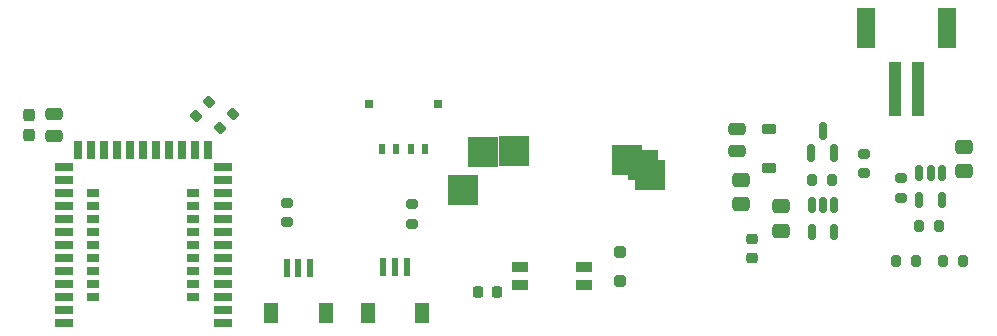
<source format=gbp>
G04 #@! TF.GenerationSoftware,KiCad,Pcbnew,8.0.1*
G04 #@! TF.CreationDate,2024-04-21T21:17:43-05:00*
G04 #@! TF.ProjectId,uC_test_PCB,75435f74-6573-4745-9f50-43422e6b6963,rev?*
G04 #@! TF.SameCoordinates,Original*
G04 #@! TF.FileFunction,Paste,Bot*
G04 #@! TF.FilePolarity,Positive*
%FSLAX46Y46*%
G04 Gerber Fmt 4.6, Leading zero omitted, Abs format (unit mm)*
G04 Created by KiCad (PCBNEW 8.0.1) date 2024-04-21 21:17:43*
%MOMM*%
%LPD*%
G01*
G04 APERTURE LIST*
G04 Aperture macros list*
%AMRoundRect*
0 Rectangle with rounded corners*
0 $1 Rounding radius*
0 $2 $3 $4 $5 $6 $7 $8 $9 X,Y pos of 4 corners*
0 Add a 4 corners polygon primitive as box body*
4,1,4,$2,$3,$4,$5,$6,$7,$8,$9,$2,$3,0*
0 Add four circle primitives for the rounded corners*
1,1,$1+$1,$2,$3*
1,1,$1+$1,$4,$5*
1,1,$1+$1,$6,$7*
1,1,$1+$1,$8,$9*
0 Add four rect primitives between the rounded corners*
20,1,$1+$1,$2,$3,$4,$5,0*
20,1,$1+$1,$4,$5,$6,$7,0*
20,1,$1+$1,$6,$7,$8,$9,0*
20,1,$1+$1,$8,$9,$2,$3,0*%
G04 Aperture macros list end*
%ADD10R,2.600000X2.600000*%
%ADD11R,2.550000X2.500000*%
%ADD12RoundRect,0.082000X-0.618000X0.328000X-0.618000X-0.328000X0.618000X-0.328000X0.618000X0.328000X0*%
%ADD13R,1.600000X0.800000*%
%ADD14R,1.000000X0.700000*%
%ADD15R,0.800000X1.600000*%
%ADD16R,0.600000X0.850000*%
%ADD17R,0.700000X0.800000*%
%ADD18R,0.609600X1.549400*%
%ADD19R,1.193800X1.803400*%
%ADD20RoundRect,0.150000X-0.150000X0.512500X-0.150000X-0.512500X0.150000X-0.512500X0.150000X0.512500X0*%
%ADD21RoundRect,0.200000X0.200000X0.275000X-0.200000X0.275000X-0.200000X-0.275000X0.200000X-0.275000X0*%
%ADD22RoundRect,0.250000X0.250000X-0.250000X0.250000X0.250000X-0.250000X0.250000X-0.250000X-0.250000X0*%
%ADD23RoundRect,0.225000X0.225000X0.250000X-0.225000X0.250000X-0.225000X-0.250000X0.225000X-0.250000X0*%
%ADD24RoundRect,0.200000X0.275000X-0.200000X0.275000X0.200000X-0.275000X0.200000X-0.275000X-0.200000X0*%
%ADD25RoundRect,0.250000X0.475000X-0.250000X0.475000X0.250000X-0.475000X0.250000X-0.475000X-0.250000X0*%
%ADD26RoundRect,0.250000X-0.475000X0.250000X-0.475000X-0.250000X0.475000X-0.250000X0.475000X0.250000X0*%
%ADD27RoundRect,0.250000X-0.475000X0.337500X-0.475000X-0.337500X0.475000X-0.337500X0.475000X0.337500X0*%
%ADD28RoundRect,0.200000X-0.275000X0.200000X-0.275000X-0.200000X0.275000X-0.200000X0.275000X0.200000X0*%
%ADD29RoundRect,0.200000X0.053033X-0.335876X0.335876X-0.053033X-0.053033X0.335876X-0.335876X0.053033X0*%
%ADD30RoundRect,0.237500X-0.237500X0.300000X-0.237500X-0.300000X0.237500X-0.300000X0.237500X0.300000X0*%
%ADD31R,1.000000X4.600000*%
%ADD32R,1.600000X3.400000*%
%ADD33RoundRect,0.200000X-0.200000X-0.275000X0.200000X-0.275000X0.200000X0.275000X-0.200000X0.275000X0*%
%ADD34RoundRect,0.225000X-0.250000X0.225000X-0.250000X-0.225000X0.250000X-0.225000X0.250000X0.225000X0*%
%ADD35RoundRect,0.225000X0.375000X-0.225000X0.375000X0.225000X-0.375000X0.225000X-0.375000X-0.225000X0*%
%ADD36RoundRect,0.250000X0.475000X-0.337500X0.475000X0.337500X-0.475000X0.337500X-0.475000X-0.337500X0*%
%ADD37RoundRect,0.150000X0.150000X-0.587500X0.150000X0.587500X-0.150000X0.587500X-0.150000X-0.587500X0*%
G04 APERTURE END LIST*
D10*
X168501481Y-114516268D03*
X167901481Y-113616268D03*
D11*
X166516481Y-113236268D03*
D10*
X156951481Y-112416268D03*
X154351481Y-112566268D03*
D11*
X152666481Y-115776268D03*
D12*
X157526481Y-122265267D03*
X157526481Y-123765267D03*
X162926481Y-123765267D03*
X162926481Y-122265267D03*
D13*
X118841731Y-127030268D03*
X118841731Y-125930168D03*
X118841731Y-124830368D03*
X118841731Y-123730268D03*
X118841731Y-122630268D03*
X118841731Y-121530368D03*
X118841731Y-120430368D03*
X118841731Y-119330268D03*
X118841731Y-118230168D03*
X118841731Y-117130368D03*
X118841731Y-116030268D03*
X118841731Y-114930168D03*
X118841731Y-113830168D03*
D14*
X121341631Y-124830368D03*
X121341631Y-123730268D03*
X121341631Y-122630268D03*
X121341631Y-121530168D03*
X121341631Y-120430368D03*
X121341631Y-119330268D03*
X121341631Y-118230168D03*
X121341631Y-117130368D03*
X121341631Y-116030268D03*
X129841731Y-124830368D03*
X129841731Y-123730268D03*
X129841731Y-122630268D03*
X129841731Y-121530168D03*
X129841731Y-120430368D03*
X129841731Y-119330268D03*
X129841731Y-118230168D03*
X129841731Y-117130368D03*
X129841731Y-116030268D03*
D13*
X132341831Y-127030268D03*
X132341831Y-125930168D03*
X132341831Y-124830368D03*
X132341831Y-123730268D03*
X132341831Y-122630268D03*
X132341831Y-121530368D03*
X132341831Y-120430368D03*
X132341831Y-119330268D03*
X132341831Y-118230168D03*
X132341831Y-117130368D03*
X132341831Y-116030268D03*
X132341831Y-114930168D03*
X132341831Y-113830168D03*
D15*
X131091631Y-112330268D03*
X129991831Y-112330268D03*
X128891731Y-112330268D03*
X127791631Y-112330268D03*
X126691831Y-112330268D03*
X125591831Y-112330268D03*
X124491731Y-112330268D03*
X123391631Y-112330268D03*
X122291831Y-112330268D03*
X121191731Y-112330268D03*
X120091631Y-112330268D03*
D16*
X145821730Y-112278267D03*
X147021730Y-112278267D03*
X148221730Y-112278267D03*
X149421730Y-112278267D03*
D17*
X144671730Y-108503266D03*
X150571731Y-108503266D03*
D18*
X139731732Y-122312268D03*
X138731731Y-122312268D03*
X137731730Y-122312268D03*
D19*
X141031731Y-126187269D03*
X136431731Y-126187269D03*
D20*
X182178731Y-117033818D03*
X183128731Y-117033818D03*
X184078731Y-117033818D03*
X184078731Y-119308818D03*
X182178731Y-119308818D03*
D21*
X194994800Y-121767600D03*
X193344800Y-121767600D03*
D22*
X165937231Y-123480268D03*
X165937231Y-120980268D03*
D23*
X155508731Y-124412268D03*
X153958731Y-124412268D03*
D18*
X147888181Y-122245718D03*
X146888180Y-122245718D03*
X145888179Y-122245718D03*
D19*
X149188180Y-126120719D03*
X144588180Y-126120719D03*
D24*
X189785731Y-116386268D03*
X189785731Y-114736268D03*
D25*
X175891931Y-112484468D03*
X175891931Y-110584468D03*
D26*
X118005331Y-109289068D03*
X118005331Y-111189068D03*
D27*
X195119731Y-112071768D03*
X195119731Y-114146768D03*
D20*
X191309731Y-114326768D03*
X192259731Y-114326768D03*
X193209731Y-114326768D03*
X193209731Y-116601768D03*
X191309731Y-116601768D03*
D28*
X148332931Y-116944668D03*
X148332931Y-118594668D03*
X137791931Y-116818668D03*
X137791931Y-118468668D03*
D29*
X132052368Y-110517631D03*
X133219094Y-109350905D03*
X130020368Y-109501631D03*
X131187094Y-108334905D03*
D30*
X115947931Y-109401968D03*
X115947931Y-111126968D03*
D31*
X191220600Y-107205000D03*
X189220600Y-107205000D03*
D32*
X193620600Y-102005000D03*
X186820600Y-102005000D03*
D33*
X191310731Y-118773468D03*
X192960731Y-118773468D03*
D34*
X177136531Y-119928868D03*
X177136531Y-121478868D03*
D28*
X186610731Y-112665268D03*
X186610731Y-114315268D03*
D35*
X178609731Y-113870268D03*
X178609731Y-110570268D03*
D21*
X190994800Y-121767600D03*
X189344800Y-121767600D03*
D27*
X179628731Y-117133818D03*
X179628731Y-119208818D03*
D36*
X176196731Y-116940768D03*
X176196731Y-114865768D03*
D33*
X182229731Y-114887268D03*
X183879731Y-114887268D03*
D37*
X184065731Y-112601268D03*
X182165731Y-112601268D03*
X183115731Y-110726268D03*
M02*

</source>
